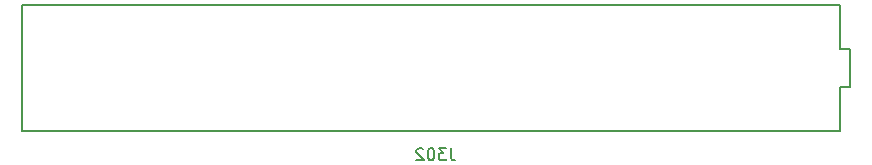
<source format=gbr>
G04 #@! TF.FileFunction,Legend,Bot*
%FSLAX46Y46*%
G04 Gerber Fmt 4.6, Leading zero omitted, Abs format (unit mm)*
G04 Created by KiCad (PCBNEW 4.0.7) date Sat Jan 13 00:04:00 2018*
%MOMM*%
%LPD*%
G01*
G04 APERTURE LIST*
%ADD10C,0.100000*%
%ADD11C,0.150000*%
G04 APERTURE END LIST*
D10*
D11*
X64925000Y-105370000D02*
X64925000Y-94630000D01*
X64925000Y-94630000D02*
X134235000Y-94630000D01*
X134235000Y-94630000D02*
X134235000Y-98400000D01*
X134235000Y-98400000D02*
X135075000Y-98400000D01*
X135075000Y-98400000D02*
X135075000Y-101600000D01*
X135075000Y-101600000D02*
X134235000Y-101600000D01*
X134235000Y-101600000D02*
X134235000Y-105370000D01*
X134235000Y-105370000D02*
X64925000Y-105370000D01*
X101252494Y-106797861D02*
X101252494Y-107512147D01*
X101300114Y-107655004D01*
X101395352Y-107750242D01*
X101538209Y-107797861D01*
X101633447Y-107797861D01*
X100871542Y-106797861D02*
X100252494Y-106797861D01*
X100585828Y-107178813D01*
X100442970Y-107178813D01*
X100347732Y-107226432D01*
X100300113Y-107274051D01*
X100252494Y-107369290D01*
X100252494Y-107607385D01*
X100300113Y-107702623D01*
X100347732Y-107750242D01*
X100442970Y-107797861D01*
X100728685Y-107797861D01*
X100823923Y-107750242D01*
X100871542Y-107702623D01*
X99633447Y-106797861D02*
X99538208Y-106797861D01*
X99442970Y-106845480D01*
X99395351Y-106893099D01*
X99347732Y-106988337D01*
X99300113Y-107178813D01*
X99300113Y-107416909D01*
X99347732Y-107607385D01*
X99395351Y-107702623D01*
X99442970Y-107750242D01*
X99538208Y-107797861D01*
X99633447Y-107797861D01*
X99728685Y-107750242D01*
X99776304Y-107702623D01*
X99823923Y-107607385D01*
X99871542Y-107416909D01*
X99871542Y-107178813D01*
X99823923Y-106988337D01*
X99776304Y-106893099D01*
X99728685Y-106845480D01*
X99633447Y-106797861D01*
X98919161Y-106893099D02*
X98871542Y-106845480D01*
X98776304Y-106797861D01*
X98538208Y-106797861D01*
X98442970Y-106845480D01*
X98395351Y-106893099D01*
X98347732Y-106988337D01*
X98347732Y-107083575D01*
X98395351Y-107226432D01*
X98966780Y-107797861D01*
X98347732Y-107797861D01*
M02*

</source>
